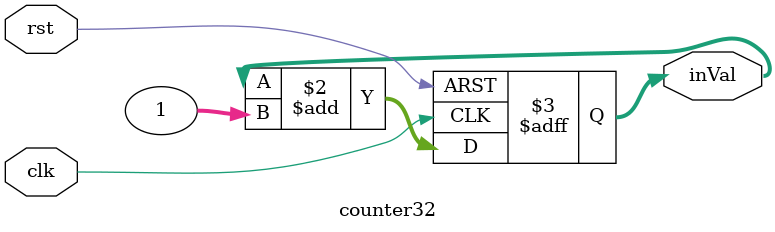
<source format=v>
`timescale 1ns / 1ps
module counter32(clk, rst, inVal);
		input 			clk, rst;
		output 			[31:0] inVal;

		reg 	 			[31:0] inVal;

always @ (posedge clk, posedge rst)
	if (rst) inVal <= 32'b0;
	else 		inVal <= inVal + 32'b1;

endmodule

</source>
